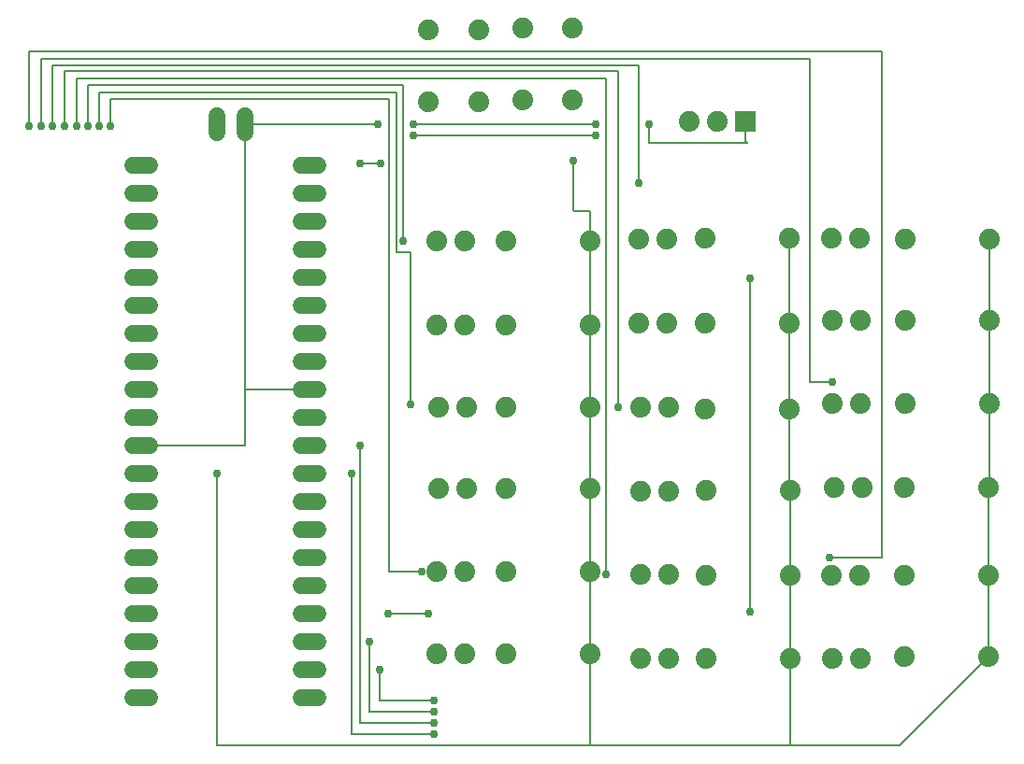
<source format=gbr>
G04 EAGLE Gerber RS-274X export*
G75*
%MOMM*%
%FSLAX34Y34*%
%LPD*%
%INBottom Copper*%
%IPPOS*%
%AMOC8*
5,1,8,0,0,1.08239X$1,22.5*%
G01*
%ADD10R,1.879600X1.879600*%
%ADD11C,1.879600*%
%ADD12C,1.524000*%
%ADD13C,0.152400*%
%ADD14C,0.756400*%


D10*
X683260Y589430D03*
D11*
X657860Y589430D03*
X632460Y589430D03*
X481584Y608838D03*
X481584Y673862D03*
X526796Y608838D03*
X526796Y673862D03*
D12*
X143510Y549910D02*
X128270Y549910D01*
X128270Y524510D02*
X143510Y524510D01*
X143510Y499110D02*
X128270Y499110D01*
X128270Y473710D02*
X143510Y473710D01*
X143510Y448310D02*
X128270Y448310D01*
X128270Y422910D02*
X143510Y422910D01*
X143510Y397510D02*
X128270Y397510D01*
X128270Y372110D02*
X143510Y372110D01*
X143510Y346710D02*
X128270Y346710D01*
X128270Y321310D02*
X143510Y321310D01*
X143510Y295910D02*
X128270Y295910D01*
X128270Y270510D02*
X143510Y270510D01*
X143510Y245110D02*
X128270Y245110D01*
X128270Y219710D02*
X143510Y219710D01*
X143510Y194310D02*
X128270Y194310D01*
X128270Y168910D02*
X143510Y168910D01*
X143510Y143510D02*
X128270Y143510D01*
X128270Y118110D02*
X143510Y118110D01*
X143510Y92710D02*
X128270Y92710D01*
X128270Y67310D02*
X143510Y67310D01*
D11*
X403860Y106680D03*
X429260Y106680D03*
X405130Y256540D03*
X430530Y256540D03*
X403860Y405130D03*
X429260Y405130D03*
X588010Y102870D03*
X613410Y102870D03*
X588010Y254000D03*
X613410Y254000D03*
X586740Y406400D03*
X612140Y406400D03*
X762000Y102870D03*
X787400Y102870D03*
X763270Y257810D03*
X788670Y257810D03*
X762000Y408940D03*
X787400Y408940D03*
X403860Y181610D03*
X429260Y181610D03*
X405130Y330200D03*
X430530Y330200D03*
X403860Y481330D03*
X429260Y481330D03*
X588010Y179070D03*
X613410Y179070D03*
X588010Y330200D03*
X613410Y330200D03*
X586740Y482600D03*
X612140Y482600D03*
X760730Y177800D03*
X786130Y177800D03*
X762000Y334010D03*
X787400Y334010D03*
X760730Y483870D03*
X786130Y483870D03*
D12*
X204470Y579120D02*
X204470Y594360D01*
X229870Y594360D02*
X229870Y579120D01*
X280670Y67310D02*
X295910Y67310D01*
X295910Y92710D02*
X280670Y92710D01*
X280670Y118110D02*
X295910Y118110D01*
X295910Y143510D02*
X280670Y143510D01*
X280670Y168910D02*
X295910Y168910D01*
X295910Y194310D02*
X280670Y194310D01*
X280670Y219710D02*
X295910Y219710D01*
X295910Y245110D02*
X280670Y245110D01*
X280670Y270510D02*
X295910Y270510D01*
X295910Y295910D02*
X280670Y295910D01*
X280670Y321310D02*
X295910Y321310D01*
X295910Y346710D02*
X280670Y346710D01*
X280670Y372110D02*
X295910Y372110D01*
X295910Y397510D02*
X280670Y397510D01*
X280670Y422910D02*
X295910Y422910D01*
X295910Y448310D02*
X280670Y448310D01*
X280670Y473710D02*
X295910Y473710D01*
X295910Y499110D02*
X280670Y499110D01*
X280670Y524510D02*
X295910Y524510D01*
X295910Y549910D02*
X280670Y549910D01*
D11*
X396494Y607568D03*
X396494Y672592D03*
X441706Y607568D03*
X441706Y672592D03*
X828040Y408940D03*
X904240Y408940D03*
X904240Y482600D03*
X828040Y482600D03*
X826770Y257810D03*
X902970Y257810D03*
X542290Y181610D03*
X466090Y181610D03*
X542290Y330200D03*
X466090Y330200D03*
X826770Y104140D03*
X902970Y104140D03*
X646430Y406400D03*
X722630Y406400D03*
X542290Y481330D03*
X466090Y481330D03*
X723900Y177800D03*
X647700Y177800D03*
X722630Y328930D03*
X646430Y328930D03*
X647700Y102870D03*
X723900Y102870D03*
X647700Y255270D03*
X723900Y255270D03*
X466090Y405130D03*
X542290Y405130D03*
X722630Y483870D03*
X646430Y483870D03*
X904240Y334010D03*
X828040Y334010D03*
X466090Y256540D03*
X542290Y256540D03*
X466090Y106680D03*
X542290Y106680D03*
X902970Y177800D03*
X826770Y177800D03*
D13*
X229870Y295910D02*
X135890Y295910D01*
X229870Y346710D02*
X229870Y586740D01*
X229870Y346710D02*
X229870Y295910D01*
X229870Y346710D02*
X288290Y346710D01*
X229870Y586740D02*
X350520Y586740D01*
D14*
X350520Y586740D03*
X382270Y586740D03*
D13*
X547370Y586740D01*
D14*
X547370Y586740D03*
X595630Y586740D03*
D13*
X595630Y570230D01*
X684530Y570230D01*
X683260Y571500D01*
X683260Y589430D01*
X542290Y481330D02*
X542290Y405130D01*
X542290Y330200D01*
X542290Y256540D01*
X542290Y181610D01*
X542290Y106680D01*
X722630Y406400D02*
X722630Y483870D01*
X722630Y406400D02*
X722630Y328930D01*
X722630Y256540D01*
X723900Y255270D01*
X723900Y177800D01*
X723900Y102870D01*
X904240Y408940D02*
X904240Y482600D01*
X904240Y408940D02*
X904240Y334010D01*
X904240Y259080D01*
X902970Y257810D01*
X902970Y177800D01*
X902970Y104140D01*
X542290Y106680D02*
X542290Y24130D01*
X204470Y24130D01*
D14*
X204470Y270510D03*
D13*
X204470Y24130D01*
X723900Y24130D02*
X723900Y102870D01*
X723900Y24130D02*
X542290Y24130D01*
X822960Y24130D02*
X902970Y104140D01*
X822960Y24130D02*
X723900Y24130D01*
D14*
X527050Y553720D03*
D13*
X527050Y509270D01*
X528320Y508000D01*
X542290Y508000D01*
X542290Y481330D01*
D14*
X334010Y551180D03*
X353060Y551180D03*
D13*
X334010Y551180D01*
D14*
X401320Y64770D03*
D13*
X351790Y64770D01*
X351790Y92710D01*
D14*
X351790Y92710D03*
X401320Y54610D03*
D13*
X342900Y54610D01*
X342900Y118110D01*
D14*
X342900Y118110D03*
X359410Y143510D03*
D13*
X396240Y143510D01*
D14*
X396240Y143510D03*
X687070Y144780D03*
D13*
X687070Y447040D01*
D14*
X687070Y447040D03*
X401320Y34290D03*
D13*
X326393Y34290D01*
X326672Y270510D01*
D14*
X326672Y270510D03*
X401320Y44450D03*
D13*
X334010Y44450D01*
X334010Y295910D01*
D14*
X334010Y295910D03*
X382270Y576580D03*
D13*
X547370Y576580D01*
D14*
X547370Y576580D03*
X759460Y194310D03*
D13*
X806450Y194310D02*
X806450Y652780D01*
X806450Y194310D02*
X759460Y194310D01*
X34290Y585470D02*
X34290Y652780D01*
D14*
X34290Y585470D03*
D13*
X34290Y652780D02*
X806450Y652780D01*
D14*
X762000Y353060D03*
D13*
X741680Y353060D02*
X741680Y646430D01*
X741680Y353060D02*
X762000Y353060D01*
X45720Y585470D02*
X45720Y646430D01*
D14*
X45720Y585470D03*
D13*
X45720Y646430D02*
X741680Y646430D01*
D14*
X586740Y533400D03*
X55880Y585470D03*
D13*
X55880Y640588D01*
X586740Y640588D01*
X586740Y533400D01*
D14*
X567690Y330200D03*
D13*
X567690Y635000D01*
D14*
X67112Y585470D03*
D13*
X66576Y586006D02*
X66576Y635000D01*
X66576Y586006D02*
X67112Y585470D01*
X66576Y635000D02*
X567690Y635000D01*
D14*
X556994Y179070D03*
D13*
X556994Y628650D01*
X77470Y628650D02*
X77470Y585470D01*
D14*
X77470Y585470D03*
D13*
X77470Y628650D02*
X556994Y628650D01*
D14*
X373380Y481330D03*
D13*
X373380Y622300D01*
X87630Y622300D01*
X87630Y585470D01*
D14*
X87630Y585470D03*
X379730Y332740D03*
D13*
X379730Y471170D01*
X367030Y471170D01*
X367030Y615950D01*
X97790Y615950D01*
X97790Y585470D01*
D14*
X97790Y585470D03*
X389890Y181610D03*
D13*
X360680Y181610D01*
X360680Y609600D01*
X107950Y609600D01*
D14*
X107950Y585470D03*
D13*
X107950Y609600D01*
M02*

</source>
